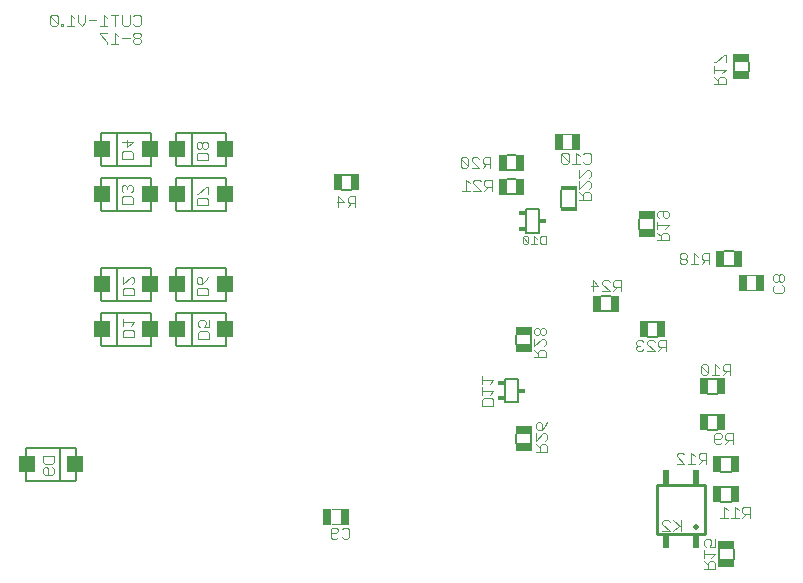
<source format=gbo>
G75*
%MOIN*%
%OFA0B0*%
%FSLAX25Y25*%
%IPPOS*%
%LPD*%
%AMOC8*
5,1,8,0,0,1.08239X$1,22.5*
%
%ADD10C,0.00300*%
%ADD11C,0.00400*%
%ADD12R,0.02953X0.05709*%
%ADD13C,0.00500*%
%ADD14R,0.05512X0.05512*%
%ADD15C,0.00800*%
%ADD16R,0.02165X0.01181*%
%ADD17C,0.01000*%
%ADD18C,0.02000*%
%ADD19R,0.01969X0.04921*%
%ADD20C,0.00600*%
%ADD21R,0.02559X0.05512*%
%ADD22R,0.05512X0.02559*%
%ADD23R,0.05600X0.01400*%
D10*
X0036463Y0056478D02*
X0035846Y0057095D01*
X0035846Y0058329D01*
X0036463Y0058946D01*
X0037080Y0058946D01*
X0037697Y0058329D01*
X0037697Y0056478D01*
X0036463Y0056478D02*
X0038932Y0056478D01*
X0039549Y0057095D01*
X0039549Y0058329D01*
X0038932Y0058946D01*
X0038932Y0060161D02*
X0036463Y0060161D01*
X0035846Y0060778D01*
X0035846Y0062630D01*
X0039549Y0062630D01*
X0039549Y0060778D01*
X0038932Y0060161D01*
X0087597Y0101870D02*
X0087597Y0103722D01*
X0088214Y0104339D01*
X0090683Y0104339D01*
X0091300Y0103722D01*
X0091300Y0101870D01*
X0087597Y0101870D01*
X0088214Y0105554D02*
X0087597Y0106171D01*
X0087597Y0107405D01*
X0088214Y0108022D01*
X0089448Y0108022D01*
X0090066Y0107405D01*
X0090066Y0106788D01*
X0089448Y0105554D01*
X0091300Y0105554D01*
X0091300Y0108022D01*
X0090800Y0116370D02*
X0087097Y0116370D01*
X0087097Y0118222D01*
X0087714Y0118839D01*
X0090183Y0118839D01*
X0090800Y0118222D01*
X0090800Y0116370D01*
X0088948Y0120054D02*
X0088948Y0121905D01*
X0088331Y0122522D01*
X0087714Y0122522D01*
X0087097Y0121905D01*
X0087097Y0120671D01*
X0087714Y0120054D01*
X0088948Y0120054D01*
X0090183Y0121288D01*
X0090800Y0122522D01*
X0066300Y0121905D02*
X0066300Y0120671D01*
X0065683Y0120054D01*
X0065683Y0118839D02*
X0066300Y0118222D01*
X0066300Y0116370D01*
X0062597Y0116370D01*
X0062597Y0118222D01*
X0063214Y0118839D01*
X0065683Y0118839D01*
X0062597Y0120054D02*
X0065066Y0122522D01*
X0065683Y0122522D01*
X0066300Y0121905D01*
X0062597Y0122522D02*
X0062597Y0120054D01*
X0062597Y0108522D02*
X0062597Y0106054D01*
X0062597Y0107288D02*
X0066300Y0107288D01*
X0065066Y0106054D01*
X0065683Y0104839D02*
X0066300Y0104222D01*
X0066300Y0102370D01*
X0062597Y0102370D01*
X0062597Y0104222D01*
X0063214Y0104839D01*
X0065683Y0104839D01*
X0065800Y0146870D02*
X0062097Y0146870D01*
X0062097Y0148722D01*
X0062714Y0149339D01*
X0065183Y0149339D01*
X0065800Y0148722D01*
X0065800Y0146870D01*
X0065183Y0150554D02*
X0065800Y0151171D01*
X0065800Y0152405D01*
X0065183Y0153022D01*
X0064566Y0153022D01*
X0063948Y0152405D01*
X0063331Y0153022D01*
X0062714Y0153022D01*
X0062097Y0152405D01*
X0062097Y0151171D01*
X0062714Y0150554D01*
X0063948Y0151788D02*
X0063948Y0152405D01*
X0062097Y0161870D02*
X0062097Y0163722D01*
X0062714Y0164339D01*
X0065183Y0164339D01*
X0065800Y0163722D01*
X0065800Y0161870D01*
X0062097Y0161870D01*
X0063948Y0165554D02*
X0063948Y0168022D01*
X0062097Y0167405D02*
X0065800Y0167405D01*
X0063948Y0165554D01*
X0087097Y0165671D02*
X0087714Y0165054D01*
X0088331Y0165054D01*
X0088948Y0165671D01*
X0088948Y0166905D01*
X0088331Y0167522D01*
X0087714Y0167522D01*
X0087097Y0166905D01*
X0087097Y0165671D01*
X0088948Y0165671D02*
X0089566Y0165054D01*
X0090183Y0165054D01*
X0090800Y0165671D01*
X0090800Y0166905D01*
X0090183Y0167522D01*
X0089566Y0167522D01*
X0088948Y0166905D01*
X0087714Y0163839D02*
X0090183Y0163839D01*
X0090800Y0163222D01*
X0090800Y0161370D01*
X0087097Y0161370D01*
X0087097Y0163222D01*
X0087714Y0163839D01*
X0090183Y0152522D02*
X0087714Y0150054D01*
X0087097Y0150054D01*
X0087714Y0148839D02*
X0090183Y0148839D01*
X0090800Y0148222D01*
X0090800Y0146370D01*
X0087097Y0146370D01*
X0087097Y0148222D01*
X0087714Y0148839D01*
X0090800Y0150054D02*
X0090800Y0152522D01*
X0090183Y0152522D01*
X0133771Y0147502D02*
X0136240Y0147502D01*
X0134388Y0149353D01*
X0134388Y0145650D01*
X0137454Y0145650D02*
X0138688Y0146884D01*
X0138071Y0146884D02*
X0139923Y0146884D01*
X0139923Y0145650D02*
X0139923Y0149353D01*
X0138071Y0149353D01*
X0137454Y0148736D01*
X0137454Y0147502D01*
X0138071Y0146884D01*
X0175637Y0151150D02*
X0178106Y0151150D01*
X0179320Y0151150D02*
X0181789Y0151150D01*
X0179320Y0153619D01*
X0179320Y0154236D01*
X0179938Y0154853D01*
X0181172Y0154853D01*
X0181789Y0154236D01*
X0183003Y0154236D02*
X0183003Y0153002D01*
X0183621Y0152384D01*
X0185472Y0152384D01*
X0185472Y0151150D02*
X0185472Y0154853D01*
X0183621Y0154853D01*
X0183003Y0154236D01*
X0184238Y0152384D02*
X0183003Y0151150D01*
X0178106Y0153619D02*
X0176872Y0154853D01*
X0176872Y0151150D01*
X0176939Y0158650D02*
X0177557Y0159267D01*
X0175088Y0161736D01*
X0175088Y0159267D01*
X0175705Y0158650D01*
X0176939Y0158650D01*
X0177557Y0159267D02*
X0177557Y0161736D01*
X0176939Y0162353D01*
X0175705Y0162353D01*
X0175088Y0161736D01*
X0178771Y0161736D02*
X0179388Y0162353D01*
X0180623Y0162353D01*
X0181240Y0161736D01*
X0182454Y0161736D02*
X0182454Y0160502D01*
X0183071Y0159884D01*
X0184923Y0159884D01*
X0184923Y0158650D02*
X0184923Y0162353D01*
X0183071Y0162353D01*
X0182454Y0161736D01*
X0183688Y0159884D02*
X0182454Y0158650D01*
X0181240Y0158650D02*
X0178771Y0161119D01*
X0178771Y0161736D01*
X0178771Y0158650D02*
X0181240Y0158650D01*
X0208637Y0160767D02*
X0209254Y0160150D01*
X0210489Y0160150D01*
X0211106Y0160767D01*
X0208637Y0163236D01*
X0208637Y0160767D01*
X0208637Y0163236D02*
X0209254Y0163853D01*
X0210489Y0163853D01*
X0211106Y0163236D01*
X0211106Y0160767D01*
X0212320Y0160150D02*
X0214789Y0160150D01*
X0213555Y0160150D02*
X0213555Y0163853D01*
X0214789Y0162619D01*
X0216003Y0163236D02*
X0216621Y0163853D01*
X0217855Y0163853D01*
X0218472Y0163236D01*
X0218472Y0160767D01*
X0217855Y0160150D01*
X0216621Y0160150D01*
X0216003Y0160767D01*
X0217192Y0157985D02*
X0217809Y0157985D01*
X0218426Y0157368D01*
X0218426Y0156133D01*
X0217809Y0155516D01*
X0217809Y0154302D02*
X0218426Y0153685D01*
X0218426Y0152450D01*
X0217809Y0151833D01*
X0217809Y0150619D02*
X0216574Y0150619D01*
X0215957Y0150002D01*
X0215957Y0148150D01*
X0214723Y0148150D02*
X0218426Y0148150D01*
X0218426Y0150002D01*
X0217809Y0150619D01*
X0215957Y0149384D02*
X0214723Y0150619D01*
X0214723Y0151833D02*
X0217192Y0154302D01*
X0217809Y0154302D01*
X0214723Y0154302D02*
X0214723Y0151833D01*
X0214723Y0155516D02*
X0217192Y0157985D01*
X0214723Y0157985D02*
X0214723Y0155516D01*
X0203600Y0136171D02*
X0202149Y0136171D01*
X0201665Y0135687D01*
X0201665Y0133752D01*
X0202149Y0133268D01*
X0203600Y0133268D01*
X0203600Y0136171D01*
X0200653Y0135203D02*
X0199686Y0136171D01*
X0199686Y0133268D01*
X0200653Y0133268D02*
X0198719Y0133268D01*
X0197707Y0133752D02*
X0195772Y0135687D01*
X0195772Y0133752D01*
X0196256Y0133268D01*
X0197223Y0133268D01*
X0197707Y0133752D01*
X0197707Y0135687D01*
X0197223Y0136171D01*
X0196256Y0136171D01*
X0195772Y0135687D01*
X0218588Y0119502D02*
X0221057Y0119502D01*
X0219205Y0121353D01*
X0219205Y0117650D01*
X0222271Y0117650D02*
X0224740Y0117650D01*
X0222271Y0120119D01*
X0222271Y0120736D01*
X0222888Y0121353D01*
X0224123Y0121353D01*
X0224740Y0120736D01*
X0225954Y0120736D02*
X0225954Y0119502D01*
X0226571Y0118884D01*
X0228423Y0118884D01*
X0228423Y0117650D02*
X0228423Y0121353D01*
X0226571Y0121353D01*
X0225954Y0120736D01*
X0227188Y0118884D02*
X0225954Y0117650D01*
X0240723Y0134650D02*
X0244426Y0134650D01*
X0244426Y0136502D01*
X0243809Y0137119D01*
X0242574Y0137119D01*
X0241957Y0136502D01*
X0241957Y0134650D01*
X0241957Y0135884D02*
X0240723Y0137119D01*
X0240723Y0138333D02*
X0240723Y0140802D01*
X0240723Y0139568D02*
X0244426Y0139568D01*
X0243192Y0138333D01*
X0243192Y0142016D02*
X0242574Y0142633D01*
X0242574Y0144485D01*
X0241340Y0144485D02*
X0243809Y0144485D01*
X0244426Y0143868D01*
X0244426Y0142633D01*
X0243809Y0142016D01*
X0243192Y0142016D01*
X0241340Y0142016D02*
X0240723Y0142633D01*
X0240723Y0143868D01*
X0241340Y0144485D01*
X0248705Y0130353D02*
X0248088Y0129736D01*
X0248088Y0129119D01*
X0248705Y0128502D01*
X0249939Y0128502D01*
X0250557Y0129119D01*
X0250557Y0129736D01*
X0249939Y0130353D01*
X0248705Y0130353D01*
X0248705Y0128502D02*
X0248088Y0127884D01*
X0248088Y0127267D01*
X0248705Y0126650D01*
X0249939Y0126650D01*
X0250557Y0127267D01*
X0250557Y0127884D01*
X0249939Y0128502D01*
X0251771Y0126650D02*
X0254240Y0126650D01*
X0255454Y0126650D02*
X0256688Y0127884D01*
X0256071Y0127884D02*
X0257923Y0127884D01*
X0257923Y0126650D02*
X0257923Y0130353D01*
X0256071Y0130353D01*
X0255454Y0129736D01*
X0255454Y0128502D01*
X0256071Y0127884D01*
X0254240Y0129119D02*
X0253005Y0130353D01*
X0253005Y0126650D01*
X0279223Y0122685D02*
X0279223Y0121450D01*
X0279840Y0120833D01*
X0280457Y0120833D01*
X0281074Y0121450D01*
X0281074Y0122685D01*
X0280457Y0123302D01*
X0279840Y0123302D01*
X0279223Y0122685D01*
X0281074Y0122685D02*
X0281692Y0123302D01*
X0282309Y0123302D01*
X0282926Y0122685D01*
X0282926Y0121450D01*
X0282309Y0120833D01*
X0281692Y0120833D01*
X0281074Y0121450D01*
X0279840Y0119619D02*
X0279223Y0119002D01*
X0279223Y0117767D01*
X0279840Y0117150D01*
X0282309Y0117150D01*
X0282926Y0117767D01*
X0282926Y0119002D01*
X0282309Y0119619D01*
X0264972Y0093353D02*
X0263121Y0093353D01*
X0262503Y0092736D01*
X0262503Y0091502D01*
X0263121Y0090884D01*
X0264972Y0090884D01*
X0264972Y0089650D02*
X0264972Y0093353D01*
X0263738Y0090884D02*
X0262503Y0089650D01*
X0261289Y0089650D02*
X0258820Y0089650D01*
X0260055Y0089650D02*
X0260055Y0093353D01*
X0261289Y0092119D01*
X0257606Y0092736D02*
X0257606Y0090267D01*
X0255137Y0092736D01*
X0255137Y0090267D01*
X0255754Y0089650D01*
X0256989Y0089650D01*
X0257606Y0090267D01*
X0257606Y0092736D02*
X0256989Y0093353D01*
X0255754Y0093353D01*
X0255137Y0092736D01*
X0243423Y0097650D02*
X0243423Y0101353D01*
X0241571Y0101353D01*
X0240954Y0100736D01*
X0240954Y0099502D01*
X0241571Y0098884D01*
X0243423Y0098884D01*
X0242188Y0098884D02*
X0240954Y0097650D01*
X0239740Y0097650D02*
X0237271Y0100119D01*
X0237271Y0100736D01*
X0237888Y0101353D01*
X0239123Y0101353D01*
X0239740Y0100736D01*
X0236057Y0100736D02*
X0235439Y0101353D01*
X0234205Y0101353D01*
X0233588Y0100736D01*
X0233588Y0100119D01*
X0234205Y0099502D01*
X0233588Y0098884D01*
X0233588Y0098267D01*
X0234205Y0097650D01*
X0235439Y0097650D01*
X0236057Y0098267D01*
X0237271Y0097650D02*
X0239740Y0097650D01*
X0234822Y0099502D02*
X0234205Y0099502D01*
X0203426Y0099901D02*
X0202809Y0099284D01*
X0203426Y0099901D02*
X0203426Y0101135D01*
X0202809Y0101752D01*
X0202192Y0101752D01*
X0199723Y0099284D01*
X0199723Y0101752D01*
X0200340Y0102967D02*
X0200957Y0102967D01*
X0201574Y0103584D01*
X0201574Y0104818D01*
X0200957Y0105436D01*
X0200340Y0105436D01*
X0199723Y0104818D01*
X0199723Y0103584D01*
X0200340Y0102967D01*
X0201574Y0103584D02*
X0202192Y0102967D01*
X0202809Y0102967D01*
X0203426Y0103584D01*
X0203426Y0104818D01*
X0202809Y0105436D01*
X0202192Y0105436D01*
X0201574Y0104818D01*
X0201574Y0098069D02*
X0200957Y0097452D01*
X0200957Y0095601D01*
X0200957Y0096835D02*
X0199723Y0098069D01*
X0201574Y0098069D02*
X0202809Y0098069D01*
X0203426Y0097452D01*
X0203426Y0095601D01*
X0199723Y0095601D01*
X0186044Y0088074D02*
X0182341Y0088074D01*
X0182341Y0089308D02*
X0182341Y0086839D01*
X0182341Y0085625D02*
X0182341Y0083156D01*
X0182341Y0084390D02*
X0186044Y0084390D01*
X0184810Y0083156D01*
X0185427Y0081942D02*
X0186044Y0081324D01*
X0186044Y0079473D01*
X0182341Y0079473D01*
X0182341Y0081324D01*
X0182958Y0081942D01*
X0185427Y0081942D01*
X0184810Y0086839D02*
X0186044Y0088074D01*
X0200223Y0073368D02*
X0200840Y0073985D01*
X0201457Y0073985D01*
X0202074Y0073368D01*
X0202074Y0071516D01*
X0200840Y0071516D01*
X0200223Y0072133D01*
X0200223Y0073368D01*
X0202074Y0071516D02*
X0203309Y0072751D01*
X0203926Y0073985D01*
X0203309Y0070302D02*
X0203926Y0069685D01*
X0203926Y0068450D01*
X0203309Y0067833D01*
X0203309Y0066619D02*
X0202074Y0066619D01*
X0201457Y0066002D01*
X0201457Y0064150D01*
X0200223Y0064150D02*
X0203926Y0064150D01*
X0203926Y0066002D01*
X0203309Y0066619D01*
X0201457Y0065384D02*
X0200223Y0066619D01*
X0200223Y0067833D02*
X0202692Y0070302D01*
X0203309Y0070302D01*
X0200223Y0070302D02*
X0200223Y0067833D01*
X0242271Y0040736D02*
X0242888Y0041353D01*
X0244123Y0041353D01*
X0244740Y0040736D01*
X0245954Y0041353D02*
X0248423Y0038884D01*
X0247806Y0039502D02*
X0245954Y0037650D01*
X0244740Y0037650D02*
X0242271Y0040119D01*
X0242271Y0040736D01*
X0242271Y0037650D02*
X0244740Y0037650D01*
X0248423Y0037650D02*
X0248423Y0041353D01*
X0256223Y0034368D02*
X0256840Y0034985D01*
X0258074Y0034985D01*
X0258692Y0034368D01*
X0258692Y0033751D01*
X0258074Y0032516D01*
X0259926Y0032516D01*
X0259926Y0034985D01*
X0256223Y0034368D02*
X0256223Y0033133D01*
X0256840Y0032516D01*
X0256223Y0031302D02*
X0256223Y0028833D01*
X0256223Y0027619D02*
X0257457Y0026384D01*
X0257457Y0027002D02*
X0257457Y0025150D01*
X0256223Y0025150D02*
X0259926Y0025150D01*
X0259926Y0027002D01*
X0259309Y0027619D01*
X0258074Y0027619D01*
X0257457Y0027002D01*
X0258692Y0028833D02*
X0259926Y0030068D01*
X0256223Y0030068D01*
X0261637Y0042150D02*
X0264106Y0042150D01*
X0265320Y0042150D02*
X0267789Y0042150D01*
X0269003Y0042150D02*
X0270238Y0043384D01*
X0269621Y0043384D02*
X0271472Y0043384D01*
X0271472Y0042150D02*
X0271472Y0045853D01*
X0269621Y0045853D01*
X0269003Y0045236D01*
X0269003Y0044002D01*
X0269621Y0043384D01*
X0267789Y0044619D02*
X0266555Y0045853D01*
X0266555Y0042150D01*
X0264106Y0044619D02*
X0262872Y0045853D01*
X0262872Y0042150D01*
X0256972Y0060150D02*
X0256972Y0063853D01*
X0255121Y0063853D01*
X0254503Y0063236D01*
X0254503Y0062002D01*
X0255121Y0061384D01*
X0256972Y0061384D01*
X0255738Y0061384D02*
X0254503Y0060150D01*
X0253289Y0060150D02*
X0250820Y0060150D01*
X0249606Y0060150D02*
X0247137Y0062619D01*
X0247137Y0063236D01*
X0247754Y0063853D01*
X0248989Y0063853D01*
X0249606Y0063236D01*
X0252055Y0063853D02*
X0253289Y0062619D01*
X0252055Y0063853D02*
X0252055Y0060150D01*
X0249606Y0060150D02*
X0247137Y0060150D01*
X0259637Y0067267D02*
X0259637Y0069736D01*
X0260254Y0070353D01*
X0261489Y0070353D01*
X0262106Y0069736D01*
X0262106Y0069119D01*
X0261489Y0068502D01*
X0259637Y0068502D01*
X0259637Y0067267D02*
X0260254Y0066650D01*
X0261489Y0066650D01*
X0262106Y0067267D01*
X0263320Y0066650D02*
X0264555Y0067884D01*
X0263938Y0067884D02*
X0265789Y0067884D01*
X0265789Y0066650D02*
X0265789Y0070353D01*
X0263938Y0070353D01*
X0263320Y0069736D01*
X0263320Y0068502D01*
X0263938Y0067884D01*
X0137923Y0038236D02*
X0137923Y0035767D01*
X0137306Y0035150D01*
X0136071Y0035150D01*
X0135454Y0035767D01*
X0134240Y0035767D02*
X0133623Y0035150D01*
X0132388Y0035150D01*
X0131771Y0035767D01*
X0131771Y0038236D01*
X0132388Y0038853D01*
X0133623Y0038853D01*
X0134240Y0038236D01*
X0134240Y0037619D01*
X0133623Y0037002D01*
X0131771Y0037002D01*
X0135454Y0038236D02*
X0136071Y0038853D01*
X0137306Y0038853D01*
X0137923Y0038236D01*
X0259723Y0186601D02*
X0263426Y0186601D01*
X0263426Y0188452D01*
X0262809Y0189069D01*
X0261574Y0189069D01*
X0260957Y0188452D01*
X0260957Y0186601D01*
X0260957Y0187835D02*
X0259723Y0189069D01*
X0259723Y0190284D02*
X0259723Y0192752D01*
X0259723Y0193967D02*
X0260340Y0193967D01*
X0262809Y0196436D01*
X0263426Y0196436D01*
X0263426Y0193967D01*
X0263426Y0191518D02*
X0259723Y0191518D01*
X0262192Y0190284D02*
X0263426Y0191518D01*
X0068423Y0200767D02*
X0068423Y0201384D01*
X0067806Y0202002D01*
X0066571Y0202002D01*
X0065954Y0201384D01*
X0065954Y0200767D01*
X0066571Y0200150D01*
X0067806Y0200150D01*
X0068423Y0200767D01*
X0067806Y0202002D02*
X0068423Y0202619D01*
X0068423Y0203236D01*
X0067806Y0203853D01*
X0066571Y0203853D01*
X0065954Y0203236D01*
X0065954Y0202619D01*
X0066571Y0202002D01*
X0064740Y0202002D02*
X0062271Y0202002D01*
X0061057Y0202619D02*
X0059822Y0203853D01*
X0059822Y0200150D01*
X0058588Y0200150D02*
X0061057Y0200150D01*
X0057373Y0200150D02*
X0057373Y0200767D01*
X0054905Y0203236D01*
X0054905Y0203853D01*
X0057373Y0203853D01*
X0057373Y0206150D02*
X0054905Y0206150D01*
X0056139Y0206150D02*
X0056139Y0209853D01*
X0057373Y0208619D01*
X0058588Y0209853D02*
X0061057Y0209853D01*
X0062271Y0209853D02*
X0062271Y0206767D01*
X0062888Y0206150D01*
X0064123Y0206150D01*
X0064740Y0206767D01*
X0064740Y0209853D01*
X0065954Y0209236D02*
X0066571Y0209853D01*
X0067806Y0209853D01*
X0068423Y0209236D01*
X0068423Y0206767D01*
X0067806Y0206150D01*
X0066571Y0206150D01*
X0065954Y0206767D01*
X0059822Y0206150D02*
X0059822Y0209853D01*
X0053690Y0208002D02*
X0051221Y0208002D01*
X0050007Y0207384D02*
X0048773Y0206150D01*
X0047538Y0207384D01*
X0047538Y0209853D01*
X0046324Y0208619D02*
X0045090Y0209853D01*
X0045090Y0206150D01*
X0046324Y0206150D02*
X0043855Y0206150D01*
X0042641Y0206150D02*
X0042024Y0206150D01*
X0042024Y0206767D01*
X0042641Y0206767D01*
X0042641Y0206150D01*
X0040799Y0206767D02*
X0038330Y0209236D01*
X0038330Y0206767D01*
X0038948Y0206150D01*
X0040182Y0206150D01*
X0040799Y0206767D01*
X0040799Y0209236D01*
X0040182Y0209853D01*
X0038948Y0209853D01*
X0038330Y0209236D01*
X0050007Y0209853D02*
X0050007Y0207384D01*
D11*
X0209171Y0170098D02*
X0212073Y0170098D01*
X0212073Y0164902D02*
X0209073Y0164902D01*
X0270671Y0123098D02*
X0273573Y0123098D01*
X0273573Y0117902D02*
X0270573Y0117902D01*
X0135073Y0045098D02*
X0132073Y0045098D01*
X0132073Y0039902D02*
X0134974Y0039902D01*
D12*
X0136396Y0042505D03*
X0130696Y0042505D03*
X0269249Y0120495D03*
X0274949Y0120495D03*
X0213449Y0167495D03*
X0207749Y0167495D03*
D13*
X0030187Y0065512D02*
X0030187Y0054488D01*
X0041644Y0054488D01*
X0041644Y0065512D01*
X0046313Y0065512D01*
X0046361Y0065510D01*
X0046409Y0065505D01*
X0046457Y0065496D01*
X0046503Y0065483D01*
X0046549Y0065467D01*
X0046593Y0065448D01*
X0046636Y0065425D01*
X0046677Y0065400D01*
X0046716Y0065371D01*
X0046752Y0065340D01*
X0046787Y0065305D01*
X0046818Y0065269D01*
X0046847Y0065230D01*
X0046872Y0065189D01*
X0046895Y0065146D01*
X0046914Y0065102D01*
X0046930Y0065056D01*
X0046943Y0065010D01*
X0046952Y0064962D01*
X0046957Y0064914D01*
X0046959Y0064866D01*
X0046959Y0055134D01*
X0046957Y0055086D01*
X0046952Y0055038D01*
X0046943Y0054990D01*
X0046930Y0054944D01*
X0046914Y0054898D01*
X0046895Y0054854D01*
X0046872Y0054811D01*
X0046847Y0054770D01*
X0046818Y0054731D01*
X0046787Y0054695D01*
X0046752Y0054660D01*
X0046716Y0054629D01*
X0046677Y0054600D01*
X0046636Y0054575D01*
X0046593Y0054552D01*
X0046549Y0054533D01*
X0046503Y0054517D01*
X0046457Y0054504D01*
X0046409Y0054495D01*
X0046361Y0054490D01*
X0046313Y0054488D01*
X0041644Y0054488D01*
X0041644Y0065512D02*
X0030187Y0065512D01*
X0055833Y0099488D02*
X0060502Y0099488D01*
X0060502Y0110512D01*
X0071959Y0110512D01*
X0071959Y0099488D01*
X0060502Y0099488D01*
X0055833Y0099488D02*
X0055785Y0099490D01*
X0055737Y0099495D01*
X0055689Y0099504D01*
X0055643Y0099517D01*
X0055597Y0099533D01*
X0055553Y0099552D01*
X0055510Y0099575D01*
X0055469Y0099600D01*
X0055430Y0099629D01*
X0055394Y0099660D01*
X0055359Y0099695D01*
X0055328Y0099731D01*
X0055299Y0099770D01*
X0055274Y0099811D01*
X0055251Y0099854D01*
X0055232Y0099898D01*
X0055216Y0099944D01*
X0055203Y0099990D01*
X0055194Y0100038D01*
X0055189Y0100086D01*
X0055187Y0100134D01*
X0055187Y0109866D01*
X0055189Y0109914D01*
X0055194Y0109962D01*
X0055203Y0110010D01*
X0055216Y0110056D01*
X0055232Y0110102D01*
X0055251Y0110146D01*
X0055274Y0110189D01*
X0055299Y0110230D01*
X0055328Y0110269D01*
X0055359Y0110305D01*
X0055394Y0110340D01*
X0055430Y0110371D01*
X0055469Y0110400D01*
X0055510Y0110425D01*
X0055553Y0110448D01*
X0055597Y0110467D01*
X0055643Y0110483D01*
X0055689Y0110496D01*
X0055737Y0110505D01*
X0055785Y0110510D01*
X0055833Y0110512D01*
X0060502Y0110512D01*
X0060502Y0114488D02*
X0055833Y0114488D01*
X0055785Y0114490D01*
X0055737Y0114495D01*
X0055689Y0114504D01*
X0055643Y0114517D01*
X0055597Y0114533D01*
X0055553Y0114552D01*
X0055510Y0114575D01*
X0055469Y0114600D01*
X0055430Y0114629D01*
X0055394Y0114660D01*
X0055359Y0114695D01*
X0055328Y0114731D01*
X0055299Y0114770D01*
X0055274Y0114811D01*
X0055251Y0114854D01*
X0055232Y0114898D01*
X0055216Y0114944D01*
X0055203Y0114990D01*
X0055194Y0115038D01*
X0055189Y0115086D01*
X0055187Y0115134D01*
X0055187Y0124866D01*
X0055189Y0124914D01*
X0055194Y0124962D01*
X0055203Y0125010D01*
X0055216Y0125056D01*
X0055232Y0125102D01*
X0055251Y0125146D01*
X0055274Y0125189D01*
X0055299Y0125230D01*
X0055328Y0125269D01*
X0055359Y0125305D01*
X0055394Y0125340D01*
X0055430Y0125371D01*
X0055469Y0125400D01*
X0055510Y0125425D01*
X0055553Y0125448D01*
X0055597Y0125467D01*
X0055643Y0125483D01*
X0055689Y0125496D01*
X0055737Y0125505D01*
X0055785Y0125510D01*
X0055833Y0125512D01*
X0060502Y0125512D01*
X0060502Y0114488D01*
X0071959Y0114488D01*
X0071959Y0125512D01*
X0060502Y0125512D01*
X0080187Y0124866D02*
X0080187Y0115134D01*
X0080189Y0115086D01*
X0080194Y0115038D01*
X0080203Y0114990D01*
X0080216Y0114944D01*
X0080232Y0114898D01*
X0080251Y0114854D01*
X0080274Y0114811D01*
X0080299Y0114770D01*
X0080328Y0114731D01*
X0080359Y0114695D01*
X0080394Y0114660D01*
X0080430Y0114629D01*
X0080469Y0114600D01*
X0080510Y0114575D01*
X0080553Y0114552D01*
X0080597Y0114533D01*
X0080643Y0114517D01*
X0080689Y0114504D01*
X0080737Y0114495D01*
X0080785Y0114490D01*
X0080833Y0114488D01*
X0085502Y0114488D01*
X0085502Y0125512D01*
X0096959Y0125512D01*
X0096959Y0114488D01*
X0085502Y0114488D01*
X0085502Y0110512D02*
X0080833Y0110512D01*
X0080785Y0110510D01*
X0080737Y0110505D01*
X0080689Y0110496D01*
X0080643Y0110483D01*
X0080597Y0110467D01*
X0080553Y0110448D01*
X0080510Y0110425D01*
X0080469Y0110400D01*
X0080430Y0110371D01*
X0080394Y0110340D01*
X0080359Y0110305D01*
X0080328Y0110269D01*
X0080299Y0110230D01*
X0080274Y0110189D01*
X0080251Y0110146D01*
X0080232Y0110102D01*
X0080216Y0110056D01*
X0080203Y0110010D01*
X0080194Y0109962D01*
X0080189Y0109914D01*
X0080187Y0109866D01*
X0080187Y0100134D01*
X0080189Y0100086D01*
X0080194Y0100038D01*
X0080203Y0099990D01*
X0080216Y0099944D01*
X0080232Y0099898D01*
X0080251Y0099854D01*
X0080274Y0099811D01*
X0080299Y0099770D01*
X0080328Y0099731D01*
X0080359Y0099695D01*
X0080394Y0099660D01*
X0080430Y0099629D01*
X0080469Y0099600D01*
X0080510Y0099575D01*
X0080553Y0099552D01*
X0080597Y0099533D01*
X0080643Y0099517D01*
X0080689Y0099504D01*
X0080737Y0099495D01*
X0080785Y0099490D01*
X0080833Y0099488D01*
X0085502Y0099488D01*
X0085502Y0110512D01*
X0096959Y0110512D01*
X0096959Y0099488D01*
X0085502Y0099488D01*
X0080187Y0124866D02*
X0080189Y0124914D01*
X0080194Y0124962D01*
X0080203Y0125010D01*
X0080216Y0125056D01*
X0080232Y0125102D01*
X0080251Y0125146D01*
X0080274Y0125189D01*
X0080299Y0125230D01*
X0080328Y0125269D01*
X0080359Y0125305D01*
X0080394Y0125340D01*
X0080430Y0125371D01*
X0080469Y0125400D01*
X0080510Y0125425D01*
X0080553Y0125448D01*
X0080597Y0125467D01*
X0080643Y0125483D01*
X0080689Y0125496D01*
X0080737Y0125505D01*
X0080785Y0125510D01*
X0080833Y0125512D01*
X0085502Y0125512D01*
X0085502Y0144488D02*
X0080833Y0144488D01*
X0080785Y0144490D01*
X0080737Y0144495D01*
X0080689Y0144504D01*
X0080643Y0144517D01*
X0080597Y0144533D01*
X0080553Y0144552D01*
X0080510Y0144575D01*
X0080469Y0144600D01*
X0080430Y0144629D01*
X0080394Y0144660D01*
X0080359Y0144695D01*
X0080328Y0144731D01*
X0080299Y0144770D01*
X0080274Y0144811D01*
X0080251Y0144854D01*
X0080232Y0144898D01*
X0080216Y0144944D01*
X0080203Y0144990D01*
X0080194Y0145038D01*
X0080189Y0145086D01*
X0080187Y0145134D01*
X0080187Y0154866D01*
X0080189Y0154914D01*
X0080194Y0154962D01*
X0080203Y0155010D01*
X0080216Y0155056D01*
X0080232Y0155102D01*
X0080251Y0155146D01*
X0080274Y0155189D01*
X0080299Y0155230D01*
X0080328Y0155269D01*
X0080359Y0155305D01*
X0080394Y0155340D01*
X0080430Y0155371D01*
X0080469Y0155400D01*
X0080510Y0155425D01*
X0080553Y0155448D01*
X0080597Y0155467D01*
X0080643Y0155483D01*
X0080689Y0155496D01*
X0080737Y0155505D01*
X0080785Y0155510D01*
X0080833Y0155512D01*
X0085502Y0155512D01*
X0085502Y0144488D01*
X0096959Y0144488D01*
X0096959Y0155512D01*
X0085502Y0155512D01*
X0085502Y0159488D02*
X0080833Y0159488D01*
X0080785Y0159490D01*
X0080737Y0159495D01*
X0080689Y0159504D01*
X0080643Y0159517D01*
X0080597Y0159533D01*
X0080553Y0159552D01*
X0080510Y0159575D01*
X0080469Y0159600D01*
X0080430Y0159629D01*
X0080394Y0159660D01*
X0080359Y0159695D01*
X0080328Y0159731D01*
X0080299Y0159770D01*
X0080274Y0159811D01*
X0080251Y0159854D01*
X0080232Y0159898D01*
X0080216Y0159944D01*
X0080203Y0159990D01*
X0080194Y0160038D01*
X0080189Y0160086D01*
X0080187Y0160134D01*
X0080187Y0169866D01*
X0080189Y0169914D01*
X0080194Y0169962D01*
X0080203Y0170010D01*
X0080216Y0170056D01*
X0080232Y0170102D01*
X0080251Y0170146D01*
X0080274Y0170189D01*
X0080299Y0170230D01*
X0080328Y0170269D01*
X0080359Y0170305D01*
X0080394Y0170340D01*
X0080430Y0170371D01*
X0080469Y0170400D01*
X0080510Y0170425D01*
X0080553Y0170448D01*
X0080597Y0170467D01*
X0080643Y0170483D01*
X0080689Y0170496D01*
X0080737Y0170505D01*
X0080785Y0170510D01*
X0080833Y0170512D01*
X0085502Y0170512D01*
X0085502Y0159488D01*
X0096959Y0159488D01*
X0096959Y0170512D01*
X0085502Y0170512D01*
X0071959Y0170512D02*
X0071959Y0159488D01*
X0060502Y0159488D01*
X0060502Y0170512D01*
X0071959Y0170512D01*
X0060502Y0170512D02*
X0055833Y0170512D01*
X0055785Y0170510D01*
X0055737Y0170505D01*
X0055689Y0170496D01*
X0055643Y0170483D01*
X0055597Y0170467D01*
X0055553Y0170448D01*
X0055510Y0170425D01*
X0055469Y0170400D01*
X0055430Y0170371D01*
X0055394Y0170340D01*
X0055359Y0170305D01*
X0055328Y0170269D01*
X0055299Y0170230D01*
X0055274Y0170189D01*
X0055251Y0170146D01*
X0055232Y0170102D01*
X0055216Y0170056D01*
X0055203Y0170010D01*
X0055194Y0169962D01*
X0055189Y0169914D01*
X0055187Y0169866D01*
X0055187Y0160134D01*
X0055189Y0160086D01*
X0055194Y0160038D01*
X0055203Y0159990D01*
X0055216Y0159944D01*
X0055232Y0159898D01*
X0055251Y0159854D01*
X0055274Y0159811D01*
X0055299Y0159770D01*
X0055328Y0159731D01*
X0055359Y0159695D01*
X0055394Y0159660D01*
X0055430Y0159629D01*
X0055469Y0159600D01*
X0055510Y0159575D01*
X0055553Y0159552D01*
X0055597Y0159533D01*
X0055643Y0159517D01*
X0055689Y0159504D01*
X0055737Y0159495D01*
X0055785Y0159490D01*
X0055833Y0159488D01*
X0060502Y0159488D01*
X0060502Y0155512D02*
X0055833Y0155512D01*
X0055785Y0155510D01*
X0055737Y0155505D01*
X0055689Y0155496D01*
X0055643Y0155483D01*
X0055597Y0155467D01*
X0055553Y0155448D01*
X0055510Y0155425D01*
X0055469Y0155400D01*
X0055430Y0155371D01*
X0055394Y0155340D01*
X0055359Y0155305D01*
X0055328Y0155269D01*
X0055299Y0155230D01*
X0055274Y0155189D01*
X0055251Y0155146D01*
X0055232Y0155102D01*
X0055216Y0155056D01*
X0055203Y0155010D01*
X0055194Y0154962D01*
X0055189Y0154914D01*
X0055187Y0154866D01*
X0055187Y0145134D01*
X0055189Y0145086D01*
X0055194Y0145038D01*
X0055203Y0144990D01*
X0055216Y0144944D01*
X0055232Y0144898D01*
X0055251Y0144854D01*
X0055274Y0144811D01*
X0055299Y0144770D01*
X0055328Y0144731D01*
X0055359Y0144695D01*
X0055394Y0144660D01*
X0055430Y0144629D01*
X0055469Y0144600D01*
X0055510Y0144575D01*
X0055553Y0144552D01*
X0055597Y0144533D01*
X0055643Y0144517D01*
X0055689Y0144504D01*
X0055737Y0144495D01*
X0055785Y0144490D01*
X0055833Y0144488D01*
X0060502Y0144488D01*
X0060502Y0155512D01*
X0071959Y0155512D01*
X0071959Y0144488D01*
X0060502Y0144488D01*
D14*
X0055699Y0150000D03*
X0071447Y0150000D03*
X0080699Y0150000D03*
X0080699Y0165000D03*
X0071447Y0165000D03*
X0055699Y0165000D03*
X0096447Y0165000D03*
X0096447Y0150000D03*
X0096447Y0120000D03*
X0080699Y0120000D03*
X0071447Y0120000D03*
X0055699Y0120000D03*
X0055699Y0105000D03*
X0071447Y0105000D03*
X0080699Y0105000D03*
X0096447Y0105000D03*
X0046447Y0060000D03*
X0030699Y0060000D03*
D15*
X0189907Y0080563D02*
X0194238Y0080563D01*
X0194238Y0088437D01*
X0189907Y0088437D01*
X0189907Y0080563D01*
X0196907Y0137063D02*
X0201238Y0137063D01*
X0201238Y0144937D01*
X0196907Y0144937D01*
X0196907Y0137063D01*
D16*
X0195431Y0138441D03*
X0202715Y0141000D03*
X0195431Y0143559D03*
X0188431Y0087059D03*
X0188431Y0081941D03*
X0195715Y0084500D03*
D17*
X0240699Y0053169D02*
X0240699Y0036831D01*
X0256447Y0036831D01*
X0256447Y0053169D01*
X0240699Y0053169D01*
D18*
X0253573Y0039000D03*
D19*
X0253494Y0034272D03*
X0243494Y0034272D03*
X0243652Y0055728D03*
X0253652Y0055728D03*
D20*
X0261959Y0057500D02*
X0265187Y0057500D01*
X0265187Y0052500D02*
X0261959Y0052500D01*
X0261959Y0047500D02*
X0265187Y0047500D01*
X0265187Y0062500D02*
X0261959Y0062500D01*
X0260687Y0071500D02*
X0257459Y0071500D01*
X0257459Y0076500D02*
X0260687Y0076500D01*
X0260687Y0083500D02*
X0257459Y0083500D01*
X0257459Y0088500D02*
X0260687Y0088500D01*
X0240687Y0102500D02*
X0237459Y0102500D01*
X0237459Y0107500D02*
X0240687Y0107500D01*
X0225187Y0111000D02*
X0221959Y0111000D01*
X0221959Y0116000D02*
X0225187Y0116000D01*
X0198573Y0103114D02*
X0198573Y0099886D01*
X0193573Y0099886D02*
X0193573Y0103114D01*
X0193573Y0070114D02*
X0193573Y0066886D01*
X0198573Y0066886D02*
X0198573Y0070114D01*
X0261073Y0031614D02*
X0261073Y0028386D01*
X0266073Y0028386D02*
X0266073Y0031614D01*
X0266187Y0126000D02*
X0262959Y0126000D01*
X0262959Y0131000D02*
X0266187Y0131000D01*
X0239573Y0138386D02*
X0239573Y0141614D01*
X0234573Y0141614D02*
X0234573Y0138386D01*
X0213573Y0145700D02*
X0213573Y0151300D01*
X0208573Y0151300D02*
X0208573Y0145700D01*
X0193687Y0150000D02*
X0190459Y0150000D01*
X0190459Y0155000D02*
X0193687Y0155000D01*
X0193687Y0158000D02*
X0190459Y0158000D01*
X0190459Y0163000D02*
X0193687Y0163000D01*
X0138687Y0156500D02*
X0135459Y0156500D01*
X0135459Y0151500D02*
X0138687Y0151500D01*
X0266073Y0190886D02*
X0266073Y0194114D01*
X0271073Y0194114D02*
X0271073Y0190886D01*
D21*
X0194993Y0160506D03*
X0189193Y0160506D03*
X0189152Y0152494D03*
X0194952Y0152494D03*
X0220693Y0113506D03*
X0226493Y0113506D03*
X0236193Y0105006D03*
X0241993Y0105006D03*
X0256152Y0085994D03*
X0261952Y0085994D03*
X0261952Y0073994D03*
X0256152Y0073994D03*
X0260652Y0059994D03*
X0266452Y0059994D03*
X0266452Y0049994D03*
X0260652Y0049994D03*
X0261693Y0128506D03*
X0267493Y0128506D03*
X0139993Y0154006D03*
X0134193Y0154006D03*
D22*
X0196067Y0104420D03*
X0196067Y0098620D03*
X0196079Y0071380D03*
X0196079Y0065580D03*
X0263579Y0032880D03*
X0263579Y0027080D03*
X0237079Y0137080D03*
X0237079Y0142880D03*
X0268579Y0189580D03*
X0268579Y0195380D03*
D23*
X0211073Y0151900D03*
X0211073Y0145100D03*
M02*

</source>
